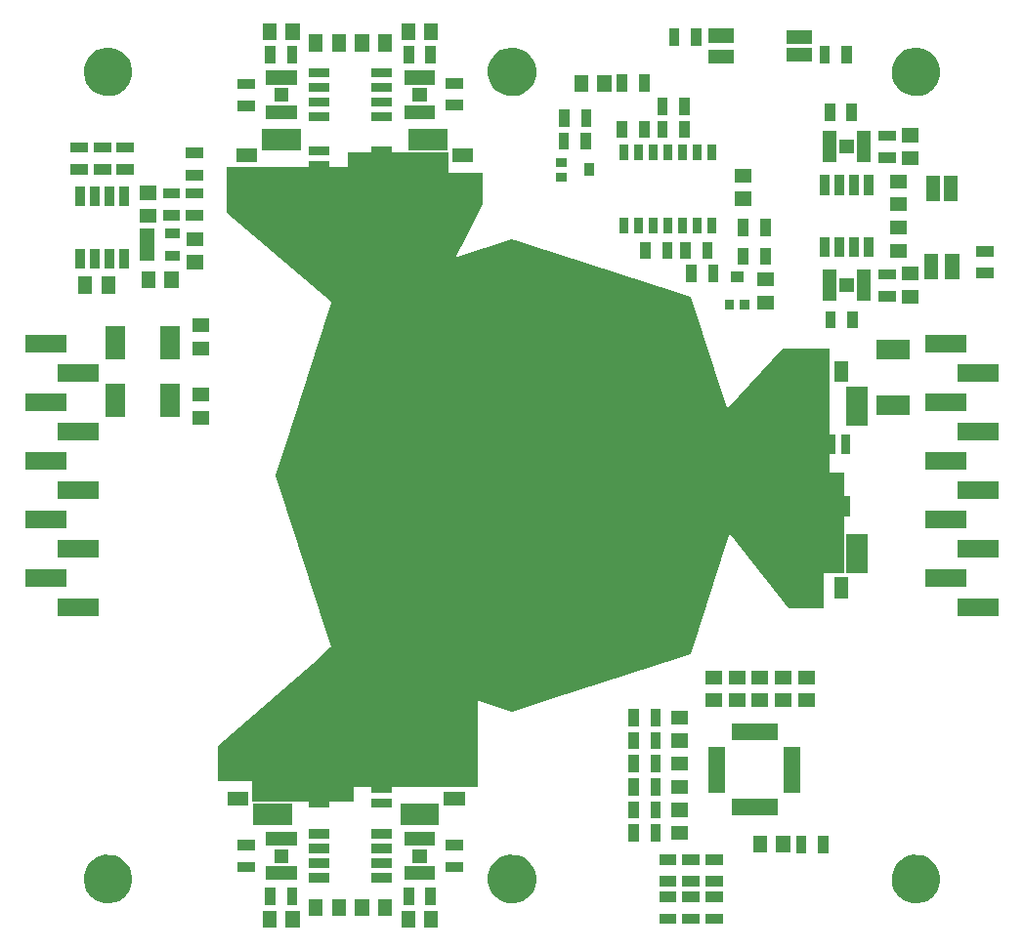
<source format=gbs>
G04 #@! TF.FileFunction,Soldermask,Bot*
%FSLAX46Y46*%
G04 Gerber Fmt 4.6, Leading zero omitted, Abs format (unit mm)*
G04 Created by KiCad (PCBNEW 4.0.2-stable) date Tue 13 Dec 2016 10:43:35 AM CET*
%MOMM*%
G01*
G04 APERTURE LIST*
%ADD10C,0.100000*%
%ADD11C,0.200000*%
G04 APERTURE END LIST*
D10*
D11*
X80500000Y-133000000D02*
X79500000Y-133000000D01*
X92500000Y-133000000D02*
X91500000Y-133000000D01*
X91500000Y-67000000D02*
X92500000Y-67000000D01*
X79500000Y-67000000D02*
X80500000Y-67000000D01*
X129000000Y-83000000D02*
X129000000Y-84000000D01*
X129000000Y-71000000D02*
X129000000Y-72000000D01*
D10*
G36*
X81600000Y-139225000D02*
X80400000Y-139225000D01*
X80400000Y-137775000D01*
X81600000Y-137775000D01*
X81600000Y-139225000D01*
X81600000Y-139225000D01*
G37*
G36*
X91600000Y-139225000D02*
X90400000Y-139225000D01*
X90400000Y-137775000D01*
X91600000Y-137775000D01*
X91600000Y-139225000D01*
X91600000Y-139225000D01*
G37*
G36*
X93600000Y-139225000D02*
X92400000Y-139225000D01*
X92400000Y-137775000D01*
X93600000Y-137775000D01*
X93600000Y-139225000D01*
X93600000Y-139225000D01*
G37*
G36*
X79600000Y-139225000D02*
X78400000Y-139225000D01*
X78400000Y-137775000D01*
X79600000Y-137775000D01*
X79600000Y-139225000D01*
X79600000Y-139225000D01*
G37*
G36*
X118250000Y-138900000D02*
X116750000Y-138900000D01*
X116750000Y-138000000D01*
X118250000Y-138000000D01*
X118250000Y-138900000D01*
X118250000Y-138900000D01*
G37*
G36*
X116250000Y-138900000D02*
X114750000Y-138900000D01*
X114750000Y-138000000D01*
X116250000Y-138000000D01*
X116250000Y-138900000D01*
X116250000Y-138900000D01*
G37*
G36*
X114250000Y-138900000D02*
X112750000Y-138900000D01*
X112750000Y-138000000D01*
X114250000Y-138000000D01*
X114250000Y-138900000D01*
X114250000Y-138900000D01*
G37*
G36*
X83600000Y-138225000D02*
X82400000Y-138225000D01*
X82400000Y-136775000D01*
X83600000Y-136775000D01*
X83600000Y-138225000D01*
X83600000Y-138225000D01*
G37*
G36*
X85600000Y-138225000D02*
X84400000Y-138225000D01*
X84400000Y-136775000D01*
X85600000Y-136775000D01*
X85600000Y-138225000D01*
X85600000Y-138225000D01*
G37*
G36*
X87600000Y-138225000D02*
X86400000Y-138225000D01*
X86400000Y-136775000D01*
X87600000Y-136775000D01*
X87600000Y-138225000D01*
X87600000Y-138225000D01*
G37*
G36*
X89600000Y-138225000D02*
X88400000Y-138225000D01*
X88400000Y-136775000D01*
X89600000Y-136775000D01*
X89600000Y-138225000D01*
X89600000Y-138225000D01*
G37*
G36*
X81400000Y-137250000D02*
X80500000Y-137250000D01*
X80500000Y-135750000D01*
X81400000Y-135750000D01*
X81400000Y-137250000D01*
X81400000Y-137250000D01*
G37*
G36*
X91500000Y-137250000D02*
X90600000Y-137250000D01*
X90600000Y-135750000D01*
X91500000Y-135750000D01*
X91500000Y-137250000D01*
X91500000Y-137250000D01*
G37*
G36*
X93400000Y-137250000D02*
X92500000Y-137250000D01*
X92500000Y-135750000D01*
X93400000Y-135750000D01*
X93400000Y-137250000D01*
X93400000Y-137250000D01*
G37*
G36*
X79500000Y-137250000D02*
X78600000Y-137250000D01*
X78600000Y-135750000D01*
X79500000Y-135750000D01*
X79500000Y-137250000D01*
X79500000Y-137250000D01*
G37*
G36*
X135220572Y-132901396D02*
X135623992Y-132984206D01*
X136003642Y-133143796D01*
X136345070Y-133374092D01*
X136635259Y-133666314D01*
X136863164Y-134009341D01*
X137020100Y-134390094D01*
X137100006Y-134793653D01*
X137100006Y-134793659D01*
X137100090Y-134794084D01*
X137093522Y-135264473D01*
X137093427Y-135264890D01*
X137093427Y-135264902D01*
X137002283Y-135666070D01*
X136834776Y-136042297D01*
X136597382Y-136378826D01*
X136299148Y-136662830D01*
X135951423Y-136883503D01*
X135567463Y-137032432D01*
X135161891Y-137103945D01*
X134750150Y-137095319D01*
X134347926Y-137006885D01*
X133970534Y-136842006D01*
X133632362Y-136606972D01*
X133346278Y-136310722D01*
X133123187Y-135964553D01*
X132971580Y-135581638D01*
X132897238Y-135176576D01*
X132902987Y-134764780D01*
X132988612Y-134361951D01*
X133150849Y-133983422D01*
X133383521Y-133643614D01*
X133677764Y-133355469D01*
X134022371Y-133129965D01*
X134404213Y-132975691D01*
X134808753Y-132898521D01*
X135220572Y-132901396D01*
X135220572Y-132901396D01*
G37*
G36*
X100220572Y-132901396D02*
X100623992Y-132984206D01*
X101003642Y-133143796D01*
X101345070Y-133374092D01*
X101635259Y-133666314D01*
X101863164Y-134009341D01*
X102020100Y-134390094D01*
X102100006Y-134793653D01*
X102100006Y-134793659D01*
X102100090Y-134794084D01*
X102093522Y-135264473D01*
X102093427Y-135264890D01*
X102093427Y-135264902D01*
X102002283Y-135666070D01*
X101834776Y-136042297D01*
X101597382Y-136378826D01*
X101299148Y-136662830D01*
X100951423Y-136883503D01*
X100567463Y-137032432D01*
X100161891Y-137103945D01*
X99750150Y-137095319D01*
X99347926Y-137006885D01*
X98970534Y-136842006D01*
X98632362Y-136606972D01*
X98346278Y-136310722D01*
X98123187Y-135964553D01*
X97971580Y-135581638D01*
X97897238Y-135176576D01*
X97902987Y-134764780D01*
X97988612Y-134361951D01*
X98150849Y-133983422D01*
X98383521Y-133643614D01*
X98677764Y-133355469D01*
X99022371Y-133129965D01*
X99404213Y-132975691D01*
X99808753Y-132898521D01*
X100220572Y-132901396D01*
X100220572Y-132901396D01*
G37*
G36*
X65220572Y-132901396D02*
X65623992Y-132984206D01*
X66003642Y-133143796D01*
X66345070Y-133374092D01*
X66635259Y-133666314D01*
X66863164Y-134009341D01*
X67020100Y-134390094D01*
X67100006Y-134793653D01*
X67100006Y-134793659D01*
X67100090Y-134794084D01*
X67093522Y-135264473D01*
X67093427Y-135264890D01*
X67093427Y-135264902D01*
X67002283Y-135666070D01*
X66834776Y-136042297D01*
X66597382Y-136378826D01*
X66299148Y-136662830D01*
X65951423Y-136883503D01*
X65567463Y-137032432D01*
X65161891Y-137103945D01*
X64750150Y-137095319D01*
X64347926Y-137006885D01*
X63970534Y-136842006D01*
X63632362Y-136606972D01*
X63346278Y-136310722D01*
X63123187Y-135964553D01*
X62971580Y-135581638D01*
X62897238Y-135176576D01*
X62902987Y-134764780D01*
X62988612Y-134361951D01*
X63150849Y-133983422D01*
X63383521Y-133643614D01*
X63677764Y-133355469D01*
X64022371Y-133129965D01*
X64404213Y-132975691D01*
X64808753Y-132898521D01*
X65220572Y-132901396D01*
X65220572Y-132901396D01*
G37*
G36*
X116250000Y-137000000D02*
X114750000Y-137000000D01*
X114750000Y-136100000D01*
X116250000Y-136100000D01*
X116250000Y-137000000D01*
X116250000Y-137000000D01*
G37*
G36*
X118250000Y-137000000D02*
X116750000Y-137000000D01*
X116750000Y-136100000D01*
X118250000Y-136100000D01*
X118250000Y-137000000D01*
X118250000Y-137000000D01*
G37*
G36*
X114250000Y-137000000D02*
X112750000Y-137000000D01*
X112750000Y-136100000D01*
X114250000Y-136100000D01*
X114250000Y-137000000D01*
X114250000Y-137000000D01*
G37*
G36*
X116250000Y-135650000D02*
X114750000Y-135650000D01*
X114750000Y-134750000D01*
X116250000Y-134750000D01*
X116250000Y-135650000D01*
X116250000Y-135650000D01*
G37*
G36*
X114250000Y-135650000D02*
X112750000Y-135650000D01*
X112750000Y-134750000D01*
X114250000Y-134750000D01*
X114250000Y-135650000D01*
X114250000Y-135650000D01*
G37*
G36*
X118250000Y-135650000D02*
X116750000Y-135650000D01*
X116750000Y-134750000D01*
X118250000Y-134750000D01*
X118250000Y-135650000D01*
X118250000Y-135650000D01*
G37*
G36*
X84175000Y-135305000D02*
X82425000Y-135305000D01*
X82425000Y-134505000D01*
X84175000Y-134505000D01*
X84175000Y-135305000D01*
X84175000Y-135305000D01*
G37*
G36*
X89575000Y-135305000D02*
X87825000Y-135305000D01*
X87825000Y-134505000D01*
X89575000Y-134505000D01*
X89575000Y-135305000D01*
X89575000Y-135305000D01*
G37*
G36*
X93350000Y-135100000D02*
X90650000Y-135100000D01*
X90650000Y-133900000D01*
X93350000Y-133900000D01*
X93350000Y-135100000D01*
X93350000Y-135100000D01*
G37*
G36*
X81350000Y-135100000D02*
X78650000Y-135100000D01*
X78650000Y-133900000D01*
X81350000Y-133900000D01*
X81350000Y-135100000D01*
X81350000Y-135100000D01*
G37*
G36*
X95750000Y-134400000D02*
X94250000Y-134400000D01*
X94250000Y-133500000D01*
X95750000Y-133500000D01*
X95750000Y-134400000D01*
X95750000Y-134400000D01*
G37*
G36*
X77750000Y-134400000D02*
X76250000Y-134400000D01*
X76250000Y-133500000D01*
X77750000Y-133500000D01*
X77750000Y-134400000D01*
X77750000Y-134400000D01*
G37*
G36*
X84175000Y-134035000D02*
X82425000Y-134035000D01*
X82425000Y-133235000D01*
X84175000Y-133235000D01*
X84175000Y-134035000D01*
X84175000Y-134035000D01*
G37*
G36*
X89575000Y-134035000D02*
X87825000Y-134035000D01*
X87825000Y-133235000D01*
X89575000Y-133235000D01*
X89575000Y-134035000D01*
X89575000Y-134035000D01*
G37*
G36*
X118250000Y-133750000D02*
X116750000Y-133750000D01*
X116750000Y-132850000D01*
X118250000Y-132850000D01*
X118250000Y-133750000D01*
X118250000Y-133750000D01*
G37*
G36*
X116250000Y-133750000D02*
X114750000Y-133750000D01*
X114750000Y-132850000D01*
X116250000Y-132850000D01*
X116250000Y-133750000D01*
X116250000Y-133750000D01*
G37*
G36*
X114250000Y-133750000D02*
X112750000Y-133750000D01*
X112750000Y-132850000D01*
X114250000Y-132850000D01*
X114250000Y-133750000D01*
X114250000Y-133750000D01*
G37*
G36*
X80600000Y-133600000D02*
X79400000Y-133600000D01*
X79400000Y-132400000D01*
X80600000Y-132400000D01*
X80600000Y-133600000D01*
X80600000Y-133600000D01*
G37*
G36*
X92600000Y-133600000D02*
X91400000Y-133600000D01*
X91400000Y-132400000D01*
X92600000Y-132400000D01*
X92600000Y-133600000D01*
X92600000Y-133600000D01*
G37*
G36*
X89575000Y-132765000D02*
X87825000Y-132765000D01*
X87825000Y-131965000D01*
X89575000Y-131965000D01*
X89575000Y-132765000D01*
X89575000Y-132765000D01*
G37*
G36*
X84175000Y-132765000D02*
X82425000Y-132765000D01*
X82425000Y-131965000D01*
X84175000Y-131965000D01*
X84175000Y-132765000D01*
X84175000Y-132765000D01*
G37*
G36*
X127400000Y-132750000D02*
X126500000Y-132750000D01*
X126500000Y-131250000D01*
X127400000Y-131250000D01*
X127400000Y-132750000D01*
X127400000Y-132750000D01*
G37*
G36*
X125500000Y-132750000D02*
X124600000Y-132750000D01*
X124600000Y-131250000D01*
X125500000Y-131250000D01*
X125500000Y-132750000D01*
X125500000Y-132750000D01*
G37*
G36*
X122100000Y-132725000D02*
X120900000Y-132725000D01*
X120900000Y-131275000D01*
X122100000Y-131275000D01*
X122100000Y-132725000D01*
X122100000Y-132725000D01*
G37*
G36*
X124100000Y-132725000D02*
X122900000Y-132725000D01*
X122900000Y-131275000D01*
X124100000Y-131275000D01*
X124100000Y-132725000D01*
X124100000Y-132725000D01*
G37*
G36*
X77750000Y-132500000D02*
X76250000Y-132500000D01*
X76250000Y-131600000D01*
X77750000Y-131600000D01*
X77750000Y-132500000D01*
X77750000Y-132500000D01*
G37*
G36*
X95750000Y-132500000D02*
X94250000Y-132500000D01*
X94250000Y-131600000D01*
X95750000Y-131600000D01*
X95750000Y-132500000D01*
X95750000Y-132500000D01*
G37*
G36*
X81350000Y-132100000D02*
X78650000Y-132100000D01*
X78650000Y-130900000D01*
X81350000Y-130900000D01*
X81350000Y-132100000D01*
X81350000Y-132100000D01*
G37*
G36*
X93350000Y-132100000D02*
X90650000Y-132100000D01*
X90650000Y-130900000D01*
X93350000Y-130900000D01*
X93350000Y-132100000D01*
X93350000Y-132100000D01*
G37*
G36*
X111000000Y-131750000D02*
X110100000Y-131750000D01*
X110100000Y-130250000D01*
X111000000Y-130250000D01*
X111000000Y-131750000D01*
X111000000Y-131750000D01*
G37*
G36*
X112900000Y-131750000D02*
X112000000Y-131750000D01*
X112000000Y-130250000D01*
X112900000Y-130250000D01*
X112900000Y-131750000D01*
X112900000Y-131750000D01*
G37*
G36*
X115225000Y-131600000D02*
X113775000Y-131600000D01*
X113775000Y-130400000D01*
X115225000Y-130400000D01*
X115225000Y-131600000D01*
X115225000Y-131600000D01*
G37*
G36*
X84175000Y-131495000D02*
X82425000Y-131495000D01*
X82425000Y-130695000D01*
X84175000Y-130695000D01*
X84175000Y-131495000D01*
X84175000Y-131495000D01*
G37*
G36*
X89575000Y-131495000D02*
X87825000Y-131495000D01*
X87825000Y-130695000D01*
X89575000Y-130695000D01*
X89575000Y-131495000D01*
X89575000Y-131495000D01*
G37*
G36*
X80940000Y-130285000D02*
X77560000Y-130285000D01*
X77560000Y-128430000D01*
X80940000Y-128430000D01*
X80940000Y-130285000D01*
X80940000Y-130285000D01*
G37*
G36*
X93690000Y-130285000D02*
X90310000Y-130285000D01*
X90310000Y-128430000D01*
X93690000Y-128430000D01*
X93690000Y-130285000D01*
X93690000Y-130285000D01*
G37*
G36*
X111000000Y-129750000D02*
X110100000Y-129750000D01*
X110100000Y-128250000D01*
X111000000Y-128250000D01*
X111000000Y-129750000D01*
X111000000Y-129750000D01*
G37*
G36*
X112900000Y-129750000D02*
X112000000Y-129750000D01*
X112000000Y-128250000D01*
X112900000Y-128250000D01*
X112900000Y-129750000D01*
X112900000Y-129750000D01*
G37*
G36*
X115225000Y-129600000D02*
X113775000Y-129600000D01*
X113775000Y-128400000D01*
X115225000Y-128400000D01*
X115225000Y-129600000D01*
X115225000Y-129600000D01*
G37*
G36*
X122990000Y-129450000D02*
X119010000Y-129450000D01*
X119010000Y-128050000D01*
X122990000Y-128050000D01*
X122990000Y-129450000D01*
X122990000Y-129450000D01*
G37*
G36*
X89575000Y-128805000D02*
X87825000Y-128805000D01*
X87825000Y-128005000D01*
X89575000Y-128005000D01*
X89575000Y-128805000D01*
X89575000Y-128805000D01*
G37*
G36*
X89575000Y-71937500D02*
X89577474Y-71954912D01*
X89584702Y-71970945D01*
X89596110Y-71984331D01*
X89610795Y-71994008D01*
X89627595Y-71999210D01*
X89637500Y-72000000D01*
X94500000Y-72000000D01*
X94500000Y-73687500D01*
X94502474Y-73704912D01*
X94509702Y-73720945D01*
X94521110Y-73734331D01*
X94535795Y-73744008D01*
X94552595Y-73749210D01*
X94562500Y-73750000D01*
X97500000Y-73750000D01*
X97500000Y-76500000D01*
X96002310Y-79380174D01*
X95191930Y-80938596D01*
X95186092Y-80955186D01*
X95185107Y-80972746D01*
X95189054Y-80989884D01*
X95197618Y-81005245D01*
X95210123Y-81017612D01*
X95225578Y-81026005D01*
X95242759Y-81029760D01*
X95266569Y-81026913D01*
X99994038Y-79501923D01*
X99994039Y-79501923D01*
X100000000Y-79500000D01*
X100003335Y-79501076D01*
X100003336Y-79501076D01*
X100232500Y-79575000D01*
X115500000Y-84500000D01*
X118623207Y-94181943D01*
X118630908Y-94197754D01*
X118642708Y-94210795D01*
X118657675Y-94220031D01*
X118674622Y-94224732D01*
X118692208Y-94224526D01*
X118709040Y-94219429D01*
X118728761Y-94204988D01*
X123495767Y-89004618D01*
X123495766Y-89004618D01*
X123500000Y-89000000D01*
X127500000Y-89000000D01*
X127500000Y-96362500D01*
X127502474Y-96379912D01*
X127509702Y-96395945D01*
X127521110Y-96409331D01*
X127535795Y-96419008D01*
X127552595Y-96424210D01*
X127562500Y-96425000D01*
X128035000Y-96425000D01*
X128035000Y-98175000D01*
X127562500Y-98175000D01*
X127545088Y-98177474D01*
X127529055Y-98184702D01*
X127515669Y-98196110D01*
X127505992Y-98210795D01*
X127500790Y-98227595D01*
X127500000Y-98237500D01*
X127500000Y-99687500D01*
X127502474Y-99704912D01*
X127509702Y-99720945D01*
X127521110Y-99734331D01*
X127535795Y-99744008D01*
X127552595Y-99749210D01*
X127562500Y-99750000D01*
X128750000Y-99750000D01*
X128750000Y-101762500D01*
X128752474Y-101779912D01*
X128759702Y-101795945D01*
X128771110Y-101809331D01*
X128785795Y-101819008D01*
X128802595Y-101824210D01*
X128812500Y-101825000D01*
X129305000Y-101825000D01*
X129305000Y-103575000D01*
X128812500Y-103575000D01*
X128795088Y-103577474D01*
X128779055Y-103584702D01*
X128765669Y-103596110D01*
X128755992Y-103610795D01*
X128750790Y-103627595D01*
X128750000Y-103637500D01*
X128750000Y-108500000D01*
X127062500Y-108500000D01*
X127045088Y-108502474D01*
X127029055Y-108509702D01*
X127015669Y-108521110D01*
X127005992Y-108535795D01*
X127000790Y-108552595D01*
X127000000Y-108562500D01*
X127000000Y-111500000D01*
X124000000Y-111500000D01*
X123995131Y-111493913D01*
X123995129Y-111493912D01*
X118934674Y-105168342D01*
X118921865Y-105156291D01*
X118906205Y-105148286D01*
X118888936Y-105144960D01*
X118871423Y-105146578D01*
X118855054Y-105153010D01*
X118841126Y-105163748D01*
X118830740Y-105177941D01*
X118826388Y-105188196D01*
X115500000Y-115500000D01*
X104650000Y-119000000D01*
X100005962Y-120498077D01*
X100005961Y-120498077D01*
X100000000Y-120500000D01*
X99994039Y-120498077D01*
X97081688Y-119558609D01*
X97064357Y-119555619D01*
X97046879Y-119557575D01*
X97030638Y-119564322D01*
X97016920Y-119575328D01*
X97006811Y-119589719D01*
X97001111Y-119606357D01*
X97000000Y-119618091D01*
X97000000Y-127000000D01*
X89637500Y-127000000D01*
X89620088Y-127002474D01*
X89604055Y-127009702D01*
X89590669Y-127021110D01*
X89580992Y-127035795D01*
X89575790Y-127052595D01*
X89575000Y-127062500D01*
X89575000Y-127535000D01*
X87825000Y-127535000D01*
X87825000Y-127062500D01*
X87822526Y-127045088D01*
X87815298Y-127029055D01*
X87803890Y-127015669D01*
X87789205Y-127005992D01*
X87772405Y-127000790D01*
X87762500Y-127000000D01*
X86312500Y-127000000D01*
X86295088Y-127002474D01*
X86279055Y-127009702D01*
X86265669Y-127021110D01*
X86255992Y-127035795D01*
X86250790Y-127052595D01*
X86250000Y-127062500D01*
X86250000Y-128250000D01*
X84237500Y-128250000D01*
X84220088Y-128252474D01*
X84204055Y-128259702D01*
X84190669Y-128271110D01*
X84180992Y-128285795D01*
X84175790Y-128302595D01*
X84175000Y-128312500D01*
X84175000Y-128805000D01*
X82425000Y-128805000D01*
X82425000Y-128312500D01*
X82422526Y-128295088D01*
X82415298Y-128279055D01*
X82403890Y-128265669D01*
X82389205Y-128255992D01*
X82372405Y-128250790D01*
X82362500Y-128250000D01*
X77500000Y-128250000D01*
X77500000Y-126562500D01*
X77497526Y-126545088D01*
X77490298Y-126529055D01*
X77478890Y-126515669D01*
X77464205Y-126505992D01*
X77447405Y-126500790D01*
X77437500Y-126500000D01*
X74500000Y-126500000D01*
X74500000Y-123500000D01*
X82697759Y-116326961D01*
X84280369Y-114942177D01*
X84291843Y-114928849D01*
X84299150Y-114912852D01*
X84301711Y-114895452D01*
X84298694Y-114875953D01*
X79501923Y-100005962D01*
X79501923Y-100005961D01*
X79500000Y-100000000D01*
X80068548Y-98237500D01*
X84329672Y-85028016D01*
X84332662Y-85010685D01*
X84330706Y-84993207D01*
X84323959Y-84976966D01*
X84310697Y-84961232D01*
X75254774Y-77254063D01*
X75250000Y-77250000D01*
X75250000Y-73250000D01*
X82362500Y-73250000D01*
X82379912Y-73247526D01*
X82395945Y-73240298D01*
X82409331Y-73228890D01*
X82419008Y-73214205D01*
X82424210Y-73197405D01*
X82425000Y-73187500D01*
X82425000Y-72715000D01*
X84175000Y-72715000D01*
X84175000Y-73187500D01*
X84177474Y-73204912D01*
X84184702Y-73220945D01*
X84196110Y-73234331D01*
X84210795Y-73244008D01*
X84227595Y-73249210D01*
X84237500Y-73250000D01*
X85687500Y-73250000D01*
X85704912Y-73247526D01*
X85720945Y-73240298D01*
X85734331Y-73228890D01*
X85744008Y-73214205D01*
X85749210Y-73197405D01*
X85750000Y-73187500D01*
X85750000Y-72000000D01*
X87762500Y-72000000D01*
X87779912Y-71997526D01*
X87795945Y-71990298D01*
X87809331Y-71978890D01*
X87819008Y-71964205D01*
X87824210Y-71947405D01*
X87825000Y-71937500D01*
X87825000Y-71445000D01*
X89575000Y-71445000D01*
X89575000Y-71937500D01*
X89575000Y-71937500D01*
G37*
G36*
X77150000Y-128600000D02*
X75350000Y-128600000D01*
X75350000Y-127400000D01*
X77150000Y-127400000D01*
X77150000Y-128600000D01*
X77150000Y-128600000D01*
G37*
G36*
X95900000Y-128600000D02*
X94100000Y-128600000D01*
X94100000Y-127400000D01*
X95900000Y-127400000D01*
X95900000Y-128600000D01*
X95900000Y-128600000D01*
G37*
G36*
X112900000Y-127750000D02*
X112000000Y-127750000D01*
X112000000Y-126250000D01*
X112900000Y-126250000D01*
X112900000Y-127750000D01*
X112900000Y-127750000D01*
G37*
G36*
X111000000Y-127750000D02*
X110100000Y-127750000D01*
X110100000Y-126250000D01*
X111000000Y-126250000D01*
X111000000Y-127750000D01*
X111000000Y-127750000D01*
G37*
G36*
X115225000Y-127600000D02*
X113775000Y-127600000D01*
X113775000Y-126400000D01*
X115225000Y-126400000D01*
X115225000Y-127600000D01*
X115225000Y-127600000D01*
G37*
G36*
X124950000Y-127490000D02*
X123550000Y-127490000D01*
X123550000Y-123510000D01*
X124950000Y-123510000D01*
X124950000Y-127490000D01*
X124950000Y-127490000D01*
G37*
G36*
X118450000Y-127490000D02*
X117050000Y-127490000D01*
X117050000Y-123510000D01*
X118450000Y-123510000D01*
X118450000Y-127490000D01*
X118450000Y-127490000D01*
G37*
G36*
X112900000Y-125750000D02*
X112000000Y-125750000D01*
X112000000Y-124250000D01*
X112900000Y-124250000D01*
X112900000Y-125750000D01*
X112900000Y-125750000D01*
G37*
G36*
X111000000Y-125750000D02*
X110100000Y-125750000D01*
X110100000Y-124250000D01*
X111000000Y-124250000D01*
X111000000Y-125750000D01*
X111000000Y-125750000D01*
G37*
G36*
X115225000Y-125600000D02*
X113775000Y-125600000D01*
X113775000Y-124400000D01*
X115225000Y-124400000D01*
X115225000Y-125600000D01*
X115225000Y-125600000D01*
G37*
G36*
X111000000Y-123750000D02*
X110100000Y-123750000D01*
X110100000Y-122250000D01*
X111000000Y-122250000D01*
X111000000Y-123750000D01*
X111000000Y-123750000D01*
G37*
G36*
X112900000Y-123750000D02*
X112000000Y-123750000D01*
X112000000Y-122250000D01*
X112900000Y-122250000D01*
X112900000Y-123750000D01*
X112900000Y-123750000D01*
G37*
G36*
X115225000Y-123600000D02*
X113775000Y-123600000D01*
X113775000Y-122400000D01*
X115225000Y-122400000D01*
X115225000Y-123600000D01*
X115225000Y-123600000D01*
G37*
G36*
X122990000Y-122950000D02*
X119010000Y-122950000D01*
X119010000Y-121550000D01*
X122990000Y-121550000D01*
X122990000Y-122950000D01*
X122990000Y-122950000D01*
G37*
G36*
X111000000Y-121750000D02*
X110100000Y-121750000D01*
X110100000Y-120250000D01*
X111000000Y-120250000D01*
X111000000Y-121750000D01*
X111000000Y-121750000D01*
G37*
G36*
X112900000Y-121750000D02*
X112000000Y-121750000D01*
X112000000Y-120250000D01*
X112900000Y-120250000D01*
X112900000Y-121750000D01*
X112900000Y-121750000D01*
G37*
G36*
X115225000Y-121600000D02*
X113775000Y-121600000D01*
X113775000Y-120400000D01*
X115225000Y-120400000D01*
X115225000Y-121600000D01*
X115225000Y-121600000D01*
G37*
G36*
X118225000Y-120100000D02*
X116775000Y-120100000D01*
X116775000Y-118900000D01*
X118225000Y-118900000D01*
X118225000Y-120100000D01*
X118225000Y-120100000D01*
G37*
G36*
X122225000Y-120100000D02*
X120775000Y-120100000D01*
X120775000Y-118900000D01*
X122225000Y-118900000D01*
X122225000Y-120100000D01*
X122225000Y-120100000D01*
G37*
G36*
X124225000Y-120100000D02*
X122775000Y-120100000D01*
X122775000Y-118900000D01*
X124225000Y-118900000D01*
X124225000Y-120100000D01*
X124225000Y-120100000D01*
G37*
G36*
X126225000Y-120100000D02*
X124775000Y-120100000D01*
X124775000Y-118900000D01*
X126225000Y-118900000D01*
X126225000Y-120100000D01*
X126225000Y-120100000D01*
G37*
G36*
X120225000Y-120100000D02*
X118775000Y-120100000D01*
X118775000Y-118900000D01*
X120225000Y-118900000D01*
X120225000Y-120100000D01*
X120225000Y-120100000D01*
G37*
G36*
X120225000Y-118100000D02*
X118775000Y-118100000D01*
X118775000Y-116900000D01*
X120225000Y-116900000D01*
X120225000Y-118100000D01*
X120225000Y-118100000D01*
G37*
G36*
X118225000Y-118100000D02*
X116775000Y-118100000D01*
X116775000Y-116900000D01*
X118225000Y-116900000D01*
X118225000Y-118100000D01*
X118225000Y-118100000D01*
G37*
G36*
X126225000Y-118100000D02*
X124775000Y-118100000D01*
X124775000Y-116900000D01*
X126225000Y-116900000D01*
X126225000Y-118100000D01*
X126225000Y-118100000D01*
G37*
G36*
X124225000Y-118100000D02*
X122775000Y-118100000D01*
X122775000Y-116900000D01*
X124225000Y-116900000D01*
X124225000Y-118100000D01*
X124225000Y-118100000D01*
G37*
G36*
X122225000Y-118100000D02*
X120775000Y-118100000D01*
X120775000Y-116900000D01*
X122225000Y-116900000D01*
X122225000Y-118100000D01*
X122225000Y-118100000D01*
G37*
G36*
X142200000Y-112165000D02*
X138600000Y-112165000D01*
X138600000Y-110695000D01*
X142200000Y-110695000D01*
X142200000Y-112165000D01*
X142200000Y-112165000D01*
G37*
G36*
X64200000Y-112165000D02*
X60600000Y-112165000D01*
X60600000Y-110695000D01*
X64200000Y-110695000D01*
X64200000Y-112165000D01*
X64200000Y-112165000D01*
G37*
G36*
X129100000Y-110650000D02*
X127900000Y-110650000D01*
X127900000Y-108850000D01*
X129100000Y-108850000D01*
X129100000Y-110650000D01*
X129100000Y-110650000D01*
G37*
G36*
X61400000Y-109625000D02*
X57800000Y-109625000D01*
X57800000Y-108155000D01*
X61400000Y-108155000D01*
X61400000Y-109625000D01*
X61400000Y-109625000D01*
G37*
G36*
X139400000Y-109625000D02*
X135800000Y-109625000D01*
X135800000Y-108155000D01*
X139400000Y-108155000D01*
X139400000Y-109625000D01*
X139400000Y-109625000D01*
G37*
G36*
X130785000Y-108440000D02*
X128930000Y-108440000D01*
X128930000Y-105060000D01*
X130785000Y-105060000D01*
X130785000Y-108440000D01*
X130785000Y-108440000D01*
G37*
G36*
X64200000Y-107085000D02*
X60600000Y-107085000D01*
X60600000Y-105615000D01*
X64200000Y-105615000D01*
X64200000Y-107085000D01*
X64200000Y-107085000D01*
G37*
G36*
X142200000Y-107085000D02*
X138600000Y-107085000D01*
X138600000Y-105615000D01*
X142200000Y-105615000D01*
X142200000Y-107085000D01*
X142200000Y-107085000D01*
G37*
G36*
X139400000Y-104545000D02*
X135800000Y-104545000D01*
X135800000Y-103075000D01*
X139400000Y-103075000D01*
X139400000Y-104545000D01*
X139400000Y-104545000D01*
G37*
G36*
X61400000Y-104545000D02*
X57800000Y-104545000D01*
X57800000Y-103075000D01*
X61400000Y-103075000D01*
X61400000Y-104545000D01*
X61400000Y-104545000D01*
G37*
G36*
X64200000Y-102005000D02*
X60600000Y-102005000D01*
X60600000Y-100535000D01*
X64200000Y-100535000D01*
X64200000Y-102005000D01*
X64200000Y-102005000D01*
G37*
G36*
X142200000Y-102005000D02*
X138600000Y-102005000D01*
X138600000Y-100535000D01*
X142200000Y-100535000D01*
X142200000Y-102005000D01*
X142200000Y-102005000D01*
G37*
G36*
X61400000Y-99465000D02*
X57800000Y-99465000D01*
X57800000Y-97995000D01*
X61400000Y-97995000D01*
X61400000Y-99465000D01*
X61400000Y-99465000D01*
G37*
G36*
X139400000Y-99465000D02*
X135800000Y-99465000D01*
X135800000Y-97995000D01*
X139400000Y-97995000D01*
X139400000Y-99465000D01*
X139400000Y-99465000D01*
G37*
G36*
X129305000Y-98175000D02*
X128505000Y-98175000D01*
X128505000Y-96425000D01*
X129305000Y-96425000D01*
X129305000Y-98175000D01*
X129305000Y-98175000D01*
G37*
G36*
X64200000Y-96925000D02*
X60600000Y-96925000D01*
X60600000Y-95455000D01*
X64200000Y-95455000D01*
X64200000Y-96925000D01*
X64200000Y-96925000D01*
G37*
G36*
X142200000Y-96925000D02*
X138600000Y-96925000D01*
X138600000Y-95455000D01*
X142200000Y-95455000D01*
X142200000Y-96925000D01*
X142200000Y-96925000D01*
G37*
G36*
X130785000Y-95690000D02*
X128930000Y-95690000D01*
X128930000Y-92310000D01*
X130785000Y-92310000D01*
X130785000Y-95690000D01*
X130785000Y-95690000D01*
G37*
G36*
X73725000Y-95600000D02*
X72275000Y-95600000D01*
X72275000Y-94400000D01*
X73725000Y-94400000D01*
X73725000Y-95600000D01*
X73725000Y-95600000D01*
G37*
G36*
X71250870Y-94950010D02*
X69549730Y-94950010D01*
X69549730Y-92049990D01*
X71250870Y-92049990D01*
X71250870Y-94950010D01*
X71250870Y-94950010D01*
G37*
G36*
X66450270Y-94950010D02*
X64749130Y-94950010D01*
X64749130Y-92049990D01*
X66450270Y-92049990D01*
X66450270Y-94950010D01*
X66450270Y-94950010D01*
G37*
G36*
X134450010Y-94750870D02*
X131549990Y-94750870D01*
X131549990Y-93049730D01*
X134450010Y-93049730D01*
X134450010Y-94750870D01*
X134450010Y-94750870D01*
G37*
G36*
X139400000Y-94385000D02*
X135800000Y-94385000D01*
X135800000Y-92915000D01*
X139400000Y-92915000D01*
X139400000Y-94385000D01*
X139400000Y-94385000D01*
G37*
G36*
X61400000Y-94385000D02*
X57800000Y-94385000D01*
X57800000Y-92915000D01*
X61400000Y-92915000D01*
X61400000Y-94385000D01*
X61400000Y-94385000D01*
G37*
G36*
X73725000Y-93600000D02*
X72275000Y-93600000D01*
X72275000Y-92400000D01*
X73725000Y-92400000D01*
X73725000Y-93600000D01*
X73725000Y-93600000D01*
G37*
G36*
X129100000Y-91900000D02*
X127900000Y-91900000D01*
X127900000Y-90100000D01*
X129100000Y-90100000D01*
X129100000Y-91900000D01*
X129100000Y-91900000D01*
G37*
G36*
X64200000Y-91845000D02*
X60600000Y-91845000D01*
X60600000Y-90375000D01*
X64200000Y-90375000D01*
X64200000Y-91845000D01*
X64200000Y-91845000D01*
G37*
G36*
X142200000Y-91845000D02*
X138600000Y-91845000D01*
X138600000Y-90375000D01*
X142200000Y-90375000D01*
X142200000Y-91845000D01*
X142200000Y-91845000D01*
G37*
G36*
X134450010Y-89950270D02*
X131549990Y-89950270D01*
X131549990Y-88249130D01*
X134450010Y-88249130D01*
X134450010Y-89950270D01*
X134450010Y-89950270D01*
G37*
G36*
X71250870Y-89950010D02*
X69549730Y-89950010D01*
X69549730Y-87049990D01*
X71250870Y-87049990D01*
X71250870Y-89950010D01*
X71250870Y-89950010D01*
G37*
G36*
X66450270Y-89950010D02*
X64749130Y-89950010D01*
X64749130Y-87049990D01*
X66450270Y-87049990D01*
X66450270Y-89950010D01*
X66450270Y-89950010D01*
G37*
G36*
X73725000Y-89600000D02*
X72275000Y-89600000D01*
X72275000Y-88400000D01*
X73725000Y-88400000D01*
X73725000Y-89600000D01*
X73725000Y-89600000D01*
G37*
G36*
X139400000Y-89305000D02*
X135800000Y-89305000D01*
X135800000Y-87835000D01*
X139400000Y-87835000D01*
X139400000Y-89305000D01*
X139400000Y-89305000D01*
G37*
G36*
X61400000Y-89305000D02*
X57800000Y-89305000D01*
X57800000Y-87835000D01*
X61400000Y-87835000D01*
X61400000Y-89305000D01*
X61400000Y-89305000D01*
G37*
G36*
X73725000Y-87600000D02*
X72275000Y-87600000D01*
X72275000Y-86400000D01*
X73725000Y-86400000D01*
X73725000Y-87600000D01*
X73725000Y-87600000D01*
G37*
G36*
X129950000Y-87250000D02*
X129050000Y-87250000D01*
X129050000Y-85750000D01*
X129950000Y-85750000D01*
X129950000Y-87250000D01*
X129950000Y-87250000D01*
G37*
G36*
X128050000Y-87250000D02*
X127150000Y-87250000D01*
X127150000Y-85750000D01*
X128050000Y-85750000D01*
X128050000Y-87250000D01*
X128050000Y-87250000D01*
G37*
G36*
X119250000Y-85650000D02*
X118450000Y-85650000D01*
X118450000Y-84750000D01*
X119250000Y-84750000D01*
X119250000Y-85650000D01*
X119250000Y-85650000D01*
G37*
G36*
X120550000Y-85650000D02*
X119750000Y-85650000D01*
X119750000Y-84750000D01*
X120550000Y-84750000D01*
X120550000Y-85650000D01*
X120550000Y-85650000D01*
G37*
G36*
X122725000Y-85600000D02*
X121275000Y-85600000D01*
X121275000Y-84400000D01*
X122725000Y-84400000D01*
X122725000Y-85600000D01*
X122725000Y-85600000D01*
G37*
G36*
X135225000Y-85100000D02*
X133775000Y-85100000D01*
X133775000Y-83900000D01*
X135225000Y-83900000D01*
X135225000Y-85100000D01*
X135225000Y-85100000D01*
G37*
G36*
X133250000Y-84900000D02*
X131750000Y-84900000D01*
X131750000Y-84000000D01*
X133250000Y-84000000D01*
X133250000Y-84900000D01*
X133250000Y-84900000D01*
G37*
G36*
X131100000Y-84850000D02*
X129900000Y-84850000D01*
X129900000Y-82150000D01*
X131100000Y-82150000D01*
X131100000Y-84850000D01*
X131100000Y-84850000D01*
G37*
G36*
X128100000Y-84850000D02*
X126900000Y-84850000D01*
X126900000Y-82150000D01*
X128100000Y-82150000D01*
X128100000Y-84850000D01*
X128100000Y-84850000D01*
G37*
G36*
X65600000Y-84225000D02*
X64400000Y-84225000D01*
X64400000Y-82775000D01*
X65600000Y-82775000D01*
X65600000Y-84225000D01*
X65600000Y-84225000D01*
G37*
G36*
X63600000Y-84225000D02*
X62400000Y-84225000D01*
X62400000Y-82775000D01*
X63600000Y-82775000D01*
X63600000Y-84225000D01*
X63600000Y-84225000D01*
G37*
G36*
X129600000Y-84100000D02*
X128400000Y-84100000D01*
X128400000Y-82900000D01*
X129600000Y-82900000D01*
X129600000Y-84100000D01*
X129600000Y-84100000D01*
G37*
G36*
X69100000Y-83725000D02*
X67900000Y-83725000D01*
X67900000Y-82275000D01*
X69100000Y-82275000D01*
X69100000Y-83725000D01*
X69100000Y-83725000D01*
G37*
G36*
X71100000Y-83725000D02*
X69900000Y-83725000D01*
X69900000Y-82275000D01*
X71100000Y-82275000D01*
X71100000Y-83725000D01*
X71100000Y-83725000D01*
G37*
G36*
X122725000Y-83600000D02*
X121275000Y-83600000D01*
X121275000Y-82400000D01*
X122725000Y-82400000D01*
X122725000Y-83600000D01*
X122725000Y-83600000D01*
G37*
G36*
X120050000Y-83250000D02*
X118950000Y-83250000D01*
X118950000Y-82350000D01*
X120050000Y-82350000D01*
X120050000Y-83250000D01*
X120050000Y-83250000D01*
G37*
G36*
X117900000Y-83250000D02*
X117000000Y-83250000D01*
X117000000Y-81750000D01*
X117900000Y-81750000D01*
X117900000Y-83250000D01*
X117900000Y-83250000D01*
G37*
G36*
X116000000Y-83250000D02*
X115100000Y-83250000D01*
X115100000Y-81750000D01*
X116000000Y-81750000D01*
X116000000Y-83250000D01*
X116000000Y-83250000D01*
G37*
G36*
X135225000Y-83100000D02*
X133775000Y-83100000D01*
X133775000Y-81900000D01*
X135225000Y-81900000D01*
X135225000Y-83100000D01*
X135225000Y-83100000D01*
G37*
G36*
X133250000Y-83000000D02*
X131750000Y-83000000D01*
X131750000Y-82100000D01*
X133250000Y-82100000D01*
X133250000Y-83000000D01*
X133250000Y-83000000D01*
G37*
G36*
X138739092Y-83000000D02*
X137539092Y-83000000D01*
X137539092Y-80800000D01*
X138739092Y-80800000D01*
X138739092Y-83000000D01*
X138739092Y-83000000D01*
G37*
G36*
X136939092Y-83000000D02*
X135739092Y-83000000D01*
X135739092Y-80800000D01*
X136939092Y-80800000D01*
X136939092Y-83000000D01*
X136939092Y-83000000D01*
G37*
G36*
X141750000Y-82900000D02*
X140250000Y-82900000D01*
X140250000Y-82000000D01*
X141750000Y-82000000D01*
X141750000Y-82900000D01*
X141750000Y-82900000D01*
G37*
G36*
X73225000Y-82100000D02*
X71775000Y-82100000D01*
X71775000Y-80900000D01*
X73225000Y-80900000D01*
X73225000Y-82100000D01*
X73225000Y-82100000D01*
G37*
G36*
X64265000Y-82075000D02*
X63465000Y-82075000D01*
X63465000Y-80325000D01*
X64265000Y-80325000D01*
X64265000Y-82075000D01*
X64265000Y-82075000D01*
G37*
G36*
X66805000Y-82075000D02*
X66005000Y-82075000D01*
X66005000Y-80325000D01*
X66805000Y-80325000D01*
X66805000Y-82075000D01*
X66805000Y-82075000D01*
G37*
G36*
X65535000Y-82075000D02*
X64735000Y-82075000D01*
X64735000Y-80325000D01*
X65535000Y-80325000D01*
X65535000Y-82075000D01*
X65535000Y-82075000D01*
G37*
G36*
X62995000Y-82075000D02*
X62195000Y-82075000D01*
X62195000Y-80325000D01*
X62995000Y-80325000D01*
X62995000Y-82075000D01*
X62995000Y-82075000D01*
G37*
G36*
X120500000Y-81750000D02*
X119600000Y-81750000D01*
X119600000Y-80250000D01*
X120500000Y-80250000D01*
X120500000Y-81750000D01*
X120500000Y-81750000D01*
G37*
G36*
X122400000Y-81750000D02*
X121500000Y-81750000D01*
X121500000Y-80250000D01*
X122400000Y-80250000D01*
X122400000Y-81750000D01*
X122400000Y-81750000D01*
G37*
G36*
X71230000Y-81375000D02*
X69970000Y-81375000D01*
X69970000Y-80525000D01*
X71230000Y-80525000D01*
X71230000Y-81375000D01*
X71230000Y-81375000D01*
G37*
G36*
X69030000Y-81375000D02*
X67770000Y-81375000D01*
X67770000Y-78625000D01*
X69030000Y-78625000D01*
X69030000Y-81375000D01*
X69030000Y-81375000D01*
G37*
G36*
X115500000Y-81250000D02*
X114600000Y-81250000D01*
X114600000Y-79750000D01*
X115500000Y-79750000D01*
X115500000Y-81250000D01*
X115500000Y-81250000D01*
G37*
G36*
X113900000Y-81250000D02*
X113000000Y-81250000D01*
X113000000Y-79750000D01*
X113900000Y-79750000D01*
X113900000Y-81250000D01*
X113900000Y-81250000D01*
G37*
G36*
X117400000Y-81250000D02*
X116500000Y-81250000D01*
X116500000Y-79750000D01*
X117400000Y-79750000D01*
X117400000Y-81250000D01*
X117400000Y-81250000D01*
G37*
G36*
X112000000Y-81250000D02*
X111100000Y-81250000D01*
X111100000Y-79750000D01*
X112000000Y-79750000D01*
X112000000Y-81250000D01*
X112000000Y-81250000D01*
G37*
G36*
X134225000Y-81100000D02*
X132775000Y-81100000D01*
X132775000Y-79900000D01*
X134225000Y-79900000D01*
X134225000Y-81100000D01*
X134225000Y-81100000D01*
G37*
G36*
X128765000Y-81075000D02*
X127965000Y-81075000D01*
X127965000Y-79325000D01*
X128765000Y-79325000D01*
X128765000Y-81075000D01*
X128765000Y-81075000D01*
G37*
G36*
X130035000Y-81075000D02*
X129235000Y-81075000D01*
X129235000Y-79325000D01*
X130035000Y-79325000D01*
X130035000Y-81075000D01*
X130035000Y-81075000D01*
G37*
G36*
X127495000Y-81075000D02*
X126695000Y-81075000D01*
X126695000Y-79325000D01*
X127495000Y-79325000D01*
X127495000Y-81075000D01*
X127495000Y-81075000D01*
G37*
G36*
X131305000Y-81075000D02*
X130505000Y-81075000D01*
X130505000Y-79325000D01*
X131305000Y-79325000D01*
X131305000Y-81075000D01*
X131305000Y-81075000D01*
G37*
G36*
X141750000Y-81000000D02*
X140250000Y-81000000D01*
X140250000Y-80100000D01*
X141750000Y-80100000D01*
X141750000Y-81000000D01*
X141750000Y-81000000D01*
G37*
G36*
X73225000Y-80100000D02*
X71775000Y-80100000D01*
X71775000Y-78900000D01*
X73225000Y-78900000D01*
X73225000Y-80100000D01*
X73225000Y-80100000D01*
G37*
G36*
X71230000Y-79475000D02*
X69970000Y-79475000D01*
X69970000Y-78625000D01*
X71230000Y-78625000D01*
X71230000Y-79475000D01*
X71230000Y-79475000D01*
G37*
G36*
X120500000Y-79250000D02*
X119600000Y-79250000D01*
X119600000Y-77750000D01*
X120500000Y-77750000D01*
X120500000Y-79250000D01*
X120500000Y-79250000D01*
G37*
G36*
X122400000Y-79250000D02*
X121500000Y-79250000D01*
X121500000Y-77750000D01*
X122400000Y-77750000D01*
X122400000Y-79250000D01*
X122400000Y-79250000D01*
G37*
G36*
X134225000Y-79100000D02*
X132775000Y-79100000D01*
X132775000Y-77900000D01*
X134225000Y-77900000D01*
X134225000Y-79100000D01*
X134225000Y-79100000D01*
G37*
G36*
X116394000Y-78973500D02*
X115686000Y-78973500D01*
X115686000Y-77630500D01*
X116394000Y-77630500D01*
X116394000Y-78973500D01*
X116394000Y-78973500D01*
G37*
G36*
X110044000Y-78973500D02*
X109336000Y-78973500D01*
X109336000Y-77630500D01*
X110044000Y-77630500D01*
X110044000Y-78973500D01*
X110044000Y-78973500D01*
G37*
G36*
X111314000Y-78973500D02*
X110606000Y-78973500D01*
X110606000Y-77630500D01*
X111314000Y-77630500D01*
X111314000Y-78973500D01*
X111314000Y-78973500D01*
G37*
G36*
X117664000Y-78973500D02*
X116956000Y-78973500D01*
X116956000Y-77630500D01*
X117664000Y-77630500D01*
X117664000Y-78973500D01*
X117664000Y-78973500D01*
G37*
G36*
X113854000Y-78973500D02*
X113146000Y-78973500D01*
X113146000Y-77630500D01*
X113854000Y-77630500D01*
X113854000Y-78973500D01*
X113854000Y-78973500D01*
G37*
G36*
X115124000Y-78973500D02*
X114416000Y-78973500D01*
X114416000Y-77630500D01*
X115124000Y-77630500D01*
X115124000Y-78973500D01*
X115124000Y-78973500D01*
G37*
G36*
X112584000Y-78973500D02*
X111876000Y-78973500D01*
X111876000Y-77630500D01*
X112584000Y-77630500D01*
X112584000Y-78973500D01*
X112584000Y-78973500D01*
G37*
G36*
X69225000Y-78100000D02*
X67775000Y-78100000D01*
X67775000Y-76900000D01*
X69225000Y-76900000D01*
X69225000Y-78100000D01*
X69225000Y-78100000D01*
G37*
G36*
X73250000Y-77900000D02*
X71750000Y-77900000D01*
X71750000Y-77000000D01*
X73250000Y-77000000D01*
X73250000Y-77900000D01*
X73250000Y-77900000D01*
G37*
G36*
X71250000Y-77900000D02*
X69750000Y-77900000D01*
X69750000Y-77000000D01*
X71250000Y-77000000D01*
X71250000Y-77900000D01*
X71250000Y-77900000D01*
G37*
G36*
X134225000Y-77100000D02*
X132775000Y-77100000D01*
X132775000Y-75900000D01*
X134225000Y-75900000D01*
X134225000Y-77100000D01*
X134225000Y-77100000D01*
G37*
G36*
X64265000Y-76675000D02*
X63465000Y-76675000D01*
X63465000Y-74925000D01*
X64265000Y-74925000D01*
X64265000Y-76675000D01*
X64265000Y-76675000D01*
G37*
G36*
X62995000Y-76675000D02*
X62195000Y-76675000D01*
X62195000Y-74925000D01*
X62995000Y-74925000D01*
X62995000Y-76675000D01*
X62995000Y-76675000D01*
G37*
G36*
X65535000Y-76675000D02*
X64735000Y-76675000D01*
X64735000Y-74925000D01*
X65535000Y-74925000D01*
X65535000Y-76675000D01*
X65535000Y-76675000D01*
G37*
G36*
X66805000Y-76675000D02*
X66005000Y-76675000D01*
X66005000Y-74925000D01*
X66805000Y-74925000D01*
X66805000Y-76675000D01*
X66805000Y-76675000D01*
G37*
G36*
X120725000Y-76600000D02*
X119275000Y-76600000D01*
X119275000Y-75400000D01*
X120725000Y-75400000D01*
X120725000Y-76600000D01*
X120725000Y-76600000D01*
G37*
G36*
X137089092Y-76200000D02*
X135889092Y-76200000D01*
X135889092Y-74000000D01*
X137089092Y-74000000D01*
X137089092Y-76200000D01*
X137089092Y-76200000D01*
G37*
G36*
X138589092Y-76200000D02*
X137389092Y-76200000D01*
X137389092Y-74000000D01*
X138589092Y-74000000D01*
X138589092Y-76200000D01*
X138589092Y-76200000D01*
G37*
G36*
X69225000Y-76100000D02*
X67775000Y-76100000D01*
X67775000Y-74900000D01*
X69225000Y-74900000D01*
X69225000Y-76100000D01*
X69225000Y-76100000D01*
G37*
G36*
X71250000Y-76000000D02*
X69750000Y-76000000D01*
X69750000Y-75100000D01*
X71250000Y-75100000D01*
X71250000Y-76000000D01*
X71250000Y-76000000D01*
G37*
G36*
X73250000Y-76000000D02*
X71750000Y-76000000D01*
X71750000Y-75100000D01*
X73250000Y-75100000D01*
X73250000Y-76000000D01*
X73250000Y-76000000D01*
G37*
G36*
X130035000Y-75675000D02*
X129235000Y-75675000D01*
X129235000Y-73925000D01*
X130035000Y-73925000D01*
X130035000Y-75675000D01*
X130035000Y-75675000D01*
G37*
G36*
X131305000Y-75675000D02*
X130505000Y-75675000D01*
X130505000Y-73925000D01*
X131305000Y-73925000D01*
X131305000Y-75675000D01*
X131305000Y-75675000D01*
G37*
G36*
X127495000Y-75675000D02*
X126695000Y-75675000D01*
X126695000Y-73925000D01*
X127495000Y-73925000D01*
X127495000Y-75675000D01*
X127495000Y-75675000D01*
G37*
G36*
X128765000Y-75675000D02*
X127965000Y-75675000D01*
X127965000Y-73925000D01*
X128765000Y-73925000D01*
X128765000Y-75675000D01*
X128765000Y-75675000D01*
G37*
G36*
X134225000Y-75100000D02*
X132775000Y-75100000D01*
X132775000Y-73900000D01*
X134225000Y-73900000D01*
X134225000Y-75100000D01*
X134225000Y-75100000D01*
G37*
G36*
X120725000Y-74600000D02*
X119275000Y-74600000D01*
X119275000Y-73400000D01*
X120725000Y-73400000D01*
X120725000Y-74600000D01*
X120725000Y-74600000D01*
G37*
G36*
X104750000Y-74550000D02*
X103850000Y-74550000D01*
X103850000Y-73750000D01*
X104750000Y-73750000D01*
X104750000Y-74550000D01*
X104750000Y-74550000D01*
G37*
G36*
X73250000Y-74400000D02*
X71750000Y-74400000D01*
X71750000Y-73500000D01*
X73250000Y-73500000D01*
X73250000Y-74400000D01*
X73250000Y-74400000D01*
G37*
G36*
X107150000Y-74050000D02*
X106250000Y-74050000D01*
X106250000Y-72950000D01*
X107150000Y-72950000D01*
X107150000Y-74050000D01*
X107150000Y-74050000D01*
G37*
G36*
X65250000Y-73900000D02*
X63750000Y-73900000D01*
X63750000Y-73000000D01*
X65250000Y-73000000D01*
X65250000Y-73900000D01*
X65250000Y-73900000D01*
G37*
G36*
X67250000Y-73900000D02*
X65750000Y-73900000D01*
X65750000Y-73000000D01*
X67250000Y-73000000D01*
X67250000Y-73900000D01*
X67250000Y-73900000D01*
G37*
G36*
X63250000Y-73900000D02*
X61750000Y-73900000D01*
X61750000Y-73000000D01*
X63250000Y-73000000D01*
X63250000Y-73900000D01*
X63250000Y-73900000D01*
G37*
G36*
X104750000Y-73250000D02*
X103850000Y-73250000D01*
X103850000Y-72450000D01*
X104750000Y-72450000D01*
X104750000Y-73250000D01*
X104750000Y-73250000D01*
G37*
G36*
X135225000Y-73100000D02*
X133775000Y-73100000D01*
X133775000Y-71900000D01*
X135225000Y-71900000D01*
X135225000Y-73100000D01*
X135225000Y-73100000D01*
G37*
G36*
X133250000Y-72900000D02*
X131750000Y-72900000D01*
X131750000Y-72000000D01*
X133250000Y-72000000D01*
X133250000Y-72900000D01*
X133250000Y-72900000D01*
G37*
G36*
X131100000Y-72850000D02*
X129900000Y-72850000D01*
X129900000Y-70150000D01*
X131100000Y-70150000D01*
X131100000Y-72850000D01*
X131100000Y-72850000D01*
G37*
G36*
X96650000Y-72850000D02*
X94850000Y-72850000D01*
X94850000Y-71650000D01*
X96650000Y-71650000D01*
X96650000Y-72850000D01*
X96650000Y-72850000D01*
G37*
G36*
X77900000Y-72850000D02*
X76100000Y-72850000D01*
X76100000Y-71650000D01*
X77900000Y-71650000D01*
X77900000Y-72850000D01*
X77900000Y-72850000D01*
G37*
G36*
X128100000Y-72850000D02*
X126900000Y-72850000D01*
X126900000Y-70150000D01*
X128100000Y-70150000D01*
X128100000Y-72850000D01*
X128100000Y-72850000D01*
G37*
G36*
X111314000Y-72623500D02*
X110606000Y-72623500D01*
X110606000Y-71280500D01*
X111314000Y-71280500D01*
X111314000Y-72623500D01*
X111314000Y-72623500D01*
G37*
G36*
X116394000Y-72623500D02*
X115686000Y-72623500D01*
X115686000Y-71280500D01*
X116394000Y-71280500D01*
X116394000Y-72623500D01*
X116394000Y-72623500D01*
G37*
G36*
X112584000Y-72623500D02*
X111876000Y-72623500D01*
X111876000Y-71280500D01*
X112584000Y-71280500D01*
X112584000Y-72623500D01*
X112584000Y-72623500D01*
G37*
G36*
X113854000Y-72623500D02*
X113146000Y-72623500D01*
X113146000Y-71280500D01*
X113854000Y-71280500D01*
X113854000Y-72623500D01*
X113854000Y-72623500D01*
G37*
G36*
X117664000Y-72623500D02*
X116956000Y-72623500D01*
X116956000Y-71280500D01*
X117664000Y-71280500D01*
X117664000Y-72623500D01*
X117664000Y-72623500D01*
G37*
G36*
X110044000Y-72623500D02*
X109336000Y-72623500D01*
X109336000Y-71280500D01*
X110044000Y-71280500D01*
X110044000Y-72623500D01*
X110044000Y-72623500D01*
G37*
G36*
X115124000Y-72623500D02*
X114416000Y-72623500D01*
X114416000Y-71280500D01*
X115124000Y-71280500D01*
X115124000Y-72623500D01*
X115124000Y-72623500D01*
G37*
G36*
X73250000Y-72500000D02*
X71750000Y-72500000D01*
X71750000Y-71600000D01*
X73250000Y-71600000D01*
X73250000Y-72500000D01*
X73250000Y-72500000D01*
G37*
G36*
X84175000Y-72245000D02*
X82425000Y-72245000D01*
X82425000Y-71445000D01*
X84175000Y-71445000D01*
X84175000Y-72245000D01*
X84175000Y-72245000D01*
G37*
G36*
X129600000Y-72100000D02*
X128400000Y-72100000D01*
X128400000Y-70900000D01*
X129600000Y-70900000D01*
X129600000Y-72100000D01*
X129600000Y-72100000D01*
G37*
G36*
X67250000Y-72000000D02*
X65750000Y-72000000D01*
X65750000Y-71100000D01*
X67250000Y-71100000D01*
X67250000Y-72000000D01*
X67250000Y-72000000D01*
G37*
G36*
X65250000Y-72000000D02*
X63750000Y-72000000D01*
X63750000Y-71100000D01*
X65250000Y-71100000D01*
X65250000Y-72000000D01*
X65250000Y-72000000D01*
G37*
G36*
X63250000Y-72000000D02*
X61750000Y-72000000D01*
X61750000Y-71100000D01*
X63250000Y-71100000D01*
X63250000Y-72000000D01*
X63250000Y-72000000D01*
G37*
G36*
X81690000Y-71820000D02*
X78310000Y-71820000D01*
X78310000Y-69965000D01*
X81690000Y-69965000D01*
X81690000Y-71820000D01*
X81690000Y-71820000D01*
G37*
G36*
X94440000Y-71820000D02*
X91060000Y-71820000D01*
X91060000Y-69965000D01*
X94440000Y-69965000D01*
X94440000Y-71820000D01*
X94440000Y-71820000D01*
G37*
G36*
X104950000Y-71750000D02*
X104050000Y-71750000D01*
X104050000Y-70250000D01*
X104950000Y-70250000D01*
X104950000Y-71750000D01*
X104950000Y-71750000D01*
G37*
G36*
X106850000Y-71750000D02*
X105950000Y-71750000D01*
X105950000Y-70250000D01*
X106850000Y-70250000D01*
X106850000Y-71750000D01*
X106850000Y-71750000D01*
G37*
G36*
X135225000Y-71100000D02*
X133775000Y-71100000D01*
X133775000Y-69900000D01*
X135225000Y-69900000D01*
X135225000Y-71100000D01*
X135225000Y-71100000D01*
G37*
G36*
X133250000Y-71000000D02*
X131750000Y-71000000D01*
X131750000Y-70100000D01*
X133250000Y-70100000D01*
X133250000Y-71000000D01*
X133250000Y-71000000D01*
G37*
G36*
X115400000Y-70750000D02*
X114500000Y-70750000D01*
X114500000Y-69250000D01*
X115400000Y-69250000D01*
X115400000Y-70750000D01*
X115400000Y-70750000D01*
G37*
G36*
X110000000Y-70750000D02*
X109100000Y-70750000D01*
X109100000Y-69250000D01*
X110000000Y-69250000D01*
X110000000Y-70750000D01*
X110000000Y-70750000D01*
G37*
G36*
X111900000Y-70750000D02*
X111000000Y-70750000D01*
X111000000Y-69250000D01*
X111900000Y-69250000D01*
X111900000Y-70750000D01*
X111900000Y-70750000D01*
G37*
G36*
X113500000Y-70750000D02*
X112600000Y-70750000D01*
X112600000Y-69250000D01*
X113500000Y-69250000D01*
X113500000Y-70750000D01*
X113500000Y-70750000D01*
G37*
G36*
X105000000Y-69750000D02*
X104100000Y-69750000D01*
X104100000Y-68250000D01*
X105000000Y-68250000D01*
X105000000Y-69750000D01*
X105000000Y-69750000D01*
G37*
G36*
X106900000Y-69750000D02*
X106000000Y-69750000D01*
X106000000Y-68250000D01*
X106900000Y-68250000D01*
X106900000Y-69750000D01*
X106900000Y-69750000D01*
G37*
G36*
X89575000Y-69305000D02*
X87825000Y-69305000D01*
X87825000Y-68505000D01*
X89575000Y-68505000D01*
X89575000Y-69305000D01*
X89575000Y-69305000D01*
G37*
G36*
X84175000Y-69305000D02*
X82425000Y-69305000D01*
X82425000Y-68505000D01*
X84175000Y-68505000D01*
X84175000Y-69305000D01*
X84175000Y-69305000D01*
G37*
G36*
X129900000Y-69250000D02*
X129000000Y-69250000D01*
X129000000Y-67750000D01*
X129900000Y-67750000D01*
X129900000Y-69250000D01*
X129900000Y-69250000D01*
G37*
G36*
X128000000Y-69250000D02*
X127100000Y-69250000D01*
X127100000Y-67750000D01*
X128000000Y-67750000D01*
X128000000Y-69250000D01*
X128000000Y-69250000D01*
G37*
G36*
X81350000Y-69100000D02*
X78650000Y-69100000D01*
X78650000Y-67900000D01*
X81350000Y-67900000D01*
X81350000Y-69100000D01*
X81350000Y-69100000D01*
G37*
G36*
X93350000Y-69100000D02*
X90650000Y-69100000D01*
X90650000Y-67900000D01*
X93350000Y-67900000D01*
X93350000Y-69100000D01*
X93350000Y-69100000D01*
G37*
G36*
X115400000Y-68750000D02*
X114500000Y-68750000D01*
X114500000Y-67250000D01*
X115400000Y-67250000D01*
X115400000Y-68750000D01*
X115400000Y-68750000D01*
G37*
G36*
X113500000Y-68750000D02*
X112600000Y-68750000D01*
X112600000Y-67250000D01*
X113500000Y-67250000D01*
X113500000Y-68750000D01*
X113500000Y-68750000D01*
G37*
G36*
X77750000Y-68400000D02*
X76250000Y-68400000D01*
X76250000Y-67500000D01*
X77750000Y-67500000D01*
X77750000Y-68400000D01*
X77750000Y-68400000D01*
G37*
G36*
X95750000Y-68350000D02*
X94250000Y-68350000D01*
X94250000Y-67450000D01*
X95750000Y-67450000D01*
X95750000Y-68350000D01*
X95750000Y-68350000D01*
G37*
G36*
X84175000Y-68035000D02*
X82425000Y-68035000D01*
X82425000Y-67235000D01*
X84175000Y-67235000D01*
X84175000Y-68035000D01*
X84175000Y-68035000D01*
G37*
G36*
X89575000Y-68035000D02*
X87825000Y-68035000D01*
X87825000Y-67235000D01*
X89575000Y-67235000D01*
X89575000Y-68035000D01*
X89575000Y-68035000D01*
G37*
G36*
X80600000Y-67600000D02*
X79400000Y-67600000D01*
X79400000Y-66400000D01*
X80600000Y-66400000D01*
X80600000Y-67600000D01*
X80600000Y-67600000D01*
G37*
G36*
X92600000Y-67600000D02*
X91400000Y-67600000D01*
X91400000Y-66400000D01*
X92600000Y-66400000D01*
X92600000Y-67600000D01*
X92600000Y-67600000D01*
G37*
G36*
X100220572Y-62901396D02*
X100623992Y-62984206D01*
X101003642Y-63143796D01*
X101345070Y-63374092D01*
X101635259Y-63666314D01*
X101863164Y-64009341D01*
X102020100Y-64390094D01*
X102100006Y-64793653D01*
X102100006Y-64793659D01*
X102100090Y-64794084D01*
X102093522Y-65264473D01*
X102093427Y-65264890D01*
X102093427Y-65264902D01*
X102002283Y-65666070D01*
X101834776Y-66042297D01*
X101597382Y-66378826D01*
X101299148Y-66662830D01*
X100951423Y-66883503D01*
X100567463Y-67032432D01*
X100161891Y-67103945D01*
X99750150Y-67095319D01*
X99347926Y-67006885D01*
X98970534Y-66842006D01*
X98632362Y-66606972D01*
X98346278Y-66310722D01*
X98123187Y-65964553D01*
X97971580Y-65581638D01*
X97897238Y-65176576D01*
X97902987Y-64764780D01*
X97988612Y-64361951D01*
X98150849Y-63983422D01*
X98383521Y-63643614D01*
X98677764Y-63355469D01*
X99022371Y-63129965D01*
X99404213Y-62975691D01*
X99808753Y-62898521D01*
X100220572Y-62901396D01*
X100220572Y-62901396D01*
G37*
G36*
X135220572Y-62901396D02*
X135623992Y-62984206D01*
X136003642Y-63143796D01*
X136345070Y-63374092D01*
X136635259Y-63666314D01*
X136863164Y-64009341D01*
X137020100Y-64390094D01*
X137100006Y-64793653D01*
X137100006Y-64793659D01*
X137100090Y-64794084D01*
X137093522Y-65264473D01*
X137093427Y-65264890D01*
X137093427Y-65264902D01*
X137002283Y-65666070D01*
X136834776Y-66042297D01*
X136597382Y-66378826D01*
X136299148Y-66662830D01*
X135951423Y-66883503D01*
X135567463Y-67032432D01*
X135161891Y-67103945D01*
X134750150Y-67095319D01*
X134347926Y-67006885D01*
X133970534Y-66842006D01*
X133632362Y-66606972D01*
X133346278Y-66310722D01*
X133123187Y-65964553D01*
X132971580Y-65581638D01*
X132897238Y-65176576D01*
X132902987Y-64764780D01*
X132988612Y-64361951D01*
X133150849Y-63983422D01*
X133383521Y-63643614D01*
X133677764Y-63355469D01*
X134022371Y-63129965D01*
X134404213Y-62975691D01*
X134808753Y-62898521D01*
X135220572Y-62901396D01*
X135220572Y-62901396D01*
G37*
G36*
X65220572Y-62901396D02*
X65623992Y-62984206D01*
X66003642Y-63143796D01*
X66345070Y-63374092D01*
X66635259Y-63666314D01*
X66863164Y-64009341D01*
X67020100Y-64390094D01*
X67100006Y-64793653D01*
X67100006Y-64793659D01*
X67100090Y-64794084D01*
X67093522Y-65264473D01*
X67093427Y-65264890D01*
X67093427Y-65264902D01*
X67002283Y-65666070D01*
X66834776Y-66042297D01*
X66597382Y-66378826D01*
X66299148Y-66662830D01*
X65951423Y-66883503D01*
X65567463Y-67032432D01*
X65161891Y-67103945D01*
X64750150Y-67095319D01*
X64347926Y-67006885D01*
X63970534Y-66842006D01*
X63632362Y-66606972D01*
X63346278Y-66310722D01*
X63123187Y-65964553D01*
X62971580Y-65581638D01*
X62897238Y-65176576D01*
X62902987Y-64764780D01*
X62988612Y-64361951D01*
X63150849Y-63983422D01*
X63383521Y-63643614D01*
X63677764Y-63355469D01*
X64022371Y-63129965D01*
X64404213Y-62975691D01*
X64808753Y-62898521D01*
X65220572Y-62901396D01*
X65220572Y-62901396D01*
G37*
G36*
X89575000Y-66765000D02*
X87825000Y-66765000D01*
X87825000Y-65965000D01*
X89575000Y-65965000D01*
X89575000Y-66765000D01*
X89575000Y-66765000D01*
G37*
G36*
X84175000Y-66765000D02*
X82425000Y-66765000D01*
X82425000Y-65965000D01*
X84175000Y-65965000D01*
X84175000Y-66765000D01*
X84175000Y-66765000D01*
G37*
G36*
X110000000Y-66750000D02*
X109100000Y-66750000D01*
X109100000Y-65250000D01*
X110000000Y-65250000D01*
X110000000Y-66750000D01*
X110000000Y-66750000D01*
G37*
G36*
X111900000Y-66750000D02*
X111000000Y-66750000D01*
X111000000Y-65250000D01*
X111900000Y-65250000D01*
X111900000Y-66750000D01*
X111900000Y-66750000D01*
G37*
G36*
X108600000Y-66725000D02*
X107400000Y-66725000D01*
X107400000Y-65275000D01*
X108600000Y-65275000D01*
X108600000Y-66725000D01*
X108600000Y-66725000D01*
G37*
G36*
X106600000Y-66725000D02*
X105400000Y-66725000D01*
X105400000Y-65275000D01*
X106600000Y-65275000D01*
X106600000Y-66725000D01*
X106600000Y-66725000D01*
G37*
G36*
X77750000Y-66500000D02*
X76250000Y-66500000D01*
X76250000Y-65600000D01*
X77750000Y-65600000D01*
X77750000Y-66500000D01*
X77750000Y-66500000D01*
G37*
G36*
X95750000Y-66450000D02*
X94250000Y-66450000D01*
X94250000Y-65550000D01*
X95750000Y-65550000D01*
X95750000Y-66450000D01*
X95750000Y-66450000D01*
G37*
G36*
X81350000Y-66100000D02*
X78650000Y-66100000D01*
X78650000Y-64900000D01*
X81350000Y-64900000D01*
X81350000Y-66100000D01*
X81350000Y-66100000D01*
G37*
G36*
X93350000Y-66100000D02*
X90650000Y-66100000D01*
X90650000Y-64900000D01*
X93350000Y-64900000D01*
X93350000Y-66100000D01*
X93350000Y-66100000D01*
G37*
G36*
X89575000Y-65495000D02*
X87825000Y-65495000D01*
X87825000Y-64695000D01*
X89575000Y-64695000D01*
X89575000Y-65495000D01*
X89575000Y-65495000D01*
G37*
G36*
X84175000Y-65495000D02*
X82425000Y-65495000D01*
X82425000Y-64695000D01*
X84175000Y-64695000D01*
X84175000Y-65495000D01*
X84175000Y-65495000D01*
G37*
G36*
X119200000Y-64260908D02*
X117000000Y-64260908D01*
X117000000Y-63060908D01*
X119200000Y-63060908D01*
X119200000Y-64260908D01*
X119200000Y-64260908D01*
G37*
G36*
X81400000Y-64250000D02*
X80500000Y-64250000D01*
X80500000Y-62750000D01*
X81400000Y-62750000D01*
X81400000Y-64250000D01*
X81400000Y-64250000D01*
G37*
G36*
X79500000Y-64250000D02*
X78600000Y-64250000D01*
X78600000Y-62750000D01*
X79500000Y-62750000D01*
X79500000Y-64250000D01*
X79500000Y-64250000D01*
G37*
G36*
X127550000Y-64250000D02*
X126650000Y-64250000D01*
X126650000Y-62750000D01*
X127550000Y-62750000D01*
X127550000Y-64250000D01*
X127550000Y-64250000D01*
G37*
G36*
X93400000Y-64250000D02*
X92500000Y-64250000D01*
X92500000Y-62750000D01*
X93400000Y-62750000D01*
X93400000Y-64250000D01*
X93400000Y-64250000D01*
G37*
G36*
X129450000Y-64250000D02*
X128550000Y-64250000D01*
X128550000Y-62750000D01*
X129450000Y-62750000D01*
X129450000Y-64250000D01*
X129450000Y-64250000D01*
G37*
G36*
X91500000Y-64250000D02*
X90600000Y-64250000D01*
X90600000Y-62750000D01*
X91500000Y-62750000D01*
X91500000Y-64250000D01*
X91500000Y-64250000D01*
G37*
G36*
X126000000Y-64110908D02*
X123800000Y-64110908D01*
X123800000Y-62910908D01*
X126000000Y-62910908D01*
X126000000Y-64110908D01*
X126000000Y-64110908D01*
G37*
G36*
X89600000Y-63225000D02*
X88400000Y-63225000D01*
X88400000Y-61775000D01*
X89600000Y-61775000D01*
X89600000Y-63225000D01*
X89600000Y-63225000D01*
G37*
G36*
X83600000Y-63225000D02*
X82400000Y-63225000D01*
X82400000Y-61775000D01*
X83600000Y-61775000D01*
X83600000Y-63225000D01*
X83600000Y-63225000D01*
G37*
G36*
X85600000Y-63225000D02*
X84400000Y-63225000D01*
X84400000Y-61775000D01*
X85600000Y-61775000D01*
X85600000Y-63225000D01*
X85600000Y-63225000D01*
G37*
G36*
X87600000Y-63225000D02*
X86400000Y-63225000D01*
X86400000Y-61775000D01*
X87600000Y-61775000D01*
X87600000Y-63225000D01*
X87600000Y-63225000D01*
G37*
G36*
X116400000Y-62750000D02*
X115500000Y-62750000D01*
X115500000Y-61250000D01*
X116400000Y-61250000D01*
X116400000Y-62750000D01*
X116400000Y-62750000D01*
G37*
G36*
X114500000Y-62750000D02*
X113600000Y-62750000D01*
X113600000Y-61250000D01*
X114500000Y-61250000D01*
X114500000Y-62750000D01*
X114500000Y-62750000D01*
G37*
G36*
X126000000Y-62610908D02*
X123800000Y-62610908D01*
X123800000Y-61410908D01*
X126000000Y-61410908D01*
X126000000Y-62610908D01*
X126000000Y-62610908D01*
G37*
G36*
X119200000Y-62460908D02*
X117000000Y-62460908D01*
X117000000Y-61260908D01*
X119200000Y-61260908D01*
X119200000Y-62460908D01*
X119200000Y-62460908D01*
G37*
G36*
X79600000Y-62225000D02*
X78400000Y-62225000D01*
X78400000Y-60775000D01*
X79600000Y-60775000D01*
X79600000Y-62225000D01*
X79600000Y-62225000D01*
G37*
G36*
X81600000Y-62225000D02*
X80400000Y-62225000D01*
X80400000Y-60775000D01*
X81600000Y-60775000D01*
X81600000Y-62225000D01*
X81600000Y-62225000D01*
G37*
G36*
X93600000Y-62225000D02*
X92400000Y-62225000D01*
X92400000Y-60775000D01*
X93600000Y-60775000D01*
X93600000Y-62225000D01*
X93600000Y-62225000D01*
G37*
G36*
X91600000Y-62225000D02*
X90400000Y-62225000D01*
X90400000Y-60775000D01*
X91600000Y-60775000D01*
X91600000Y-62225000D01*
X91600000Y-62225000D01*
G37*
M02*

</source>
